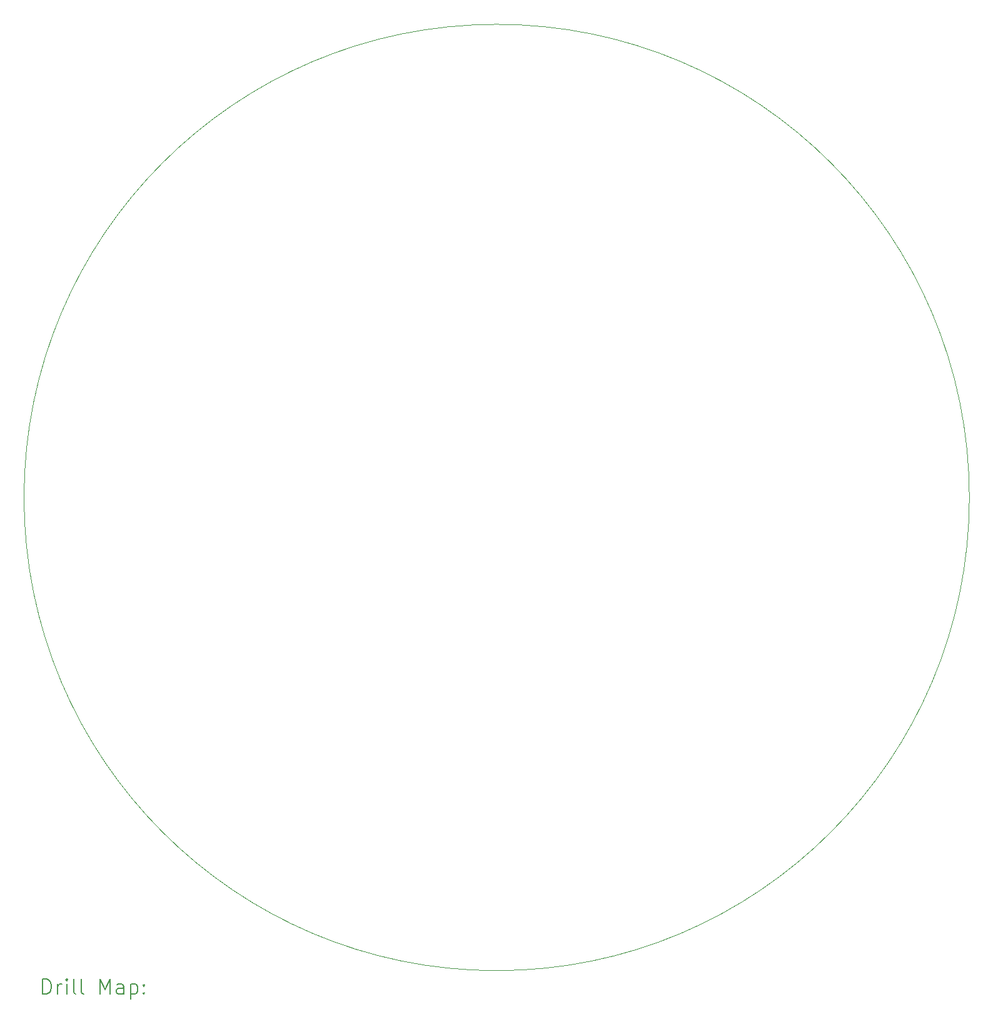
<source format=gbr>
%FSLAX45Y45*%
G04 Gerber Fmt 4.5, Leading zero omitted, Abs format (unit mm)*
G04 Created by KiCad (PCBNEW (6.0.5)) date 2022-05-29 13:56:38*
%MOMM*%
%LPD*%
G01*
G04 APERTURE LIST*
%TA.AperFunction,Profile*%
%ADD10C,0.100000*%
%TD*%
%ADD11C,0.200000*%
G04 APERTURE END LIST*
D10*
X16400000Y-10000000D02*
G75*
G03*
X16400000Y-10000000I-6400000J0D01*
G01*
D11*
X3852619Y-16715476D02*
X3852619Y-16515476D01*
X3900238Y-16515476D01*
X3928809Y-16525000D01*
X3947857Y-16544048D01*
X3957381Y-16563095D01*
X3966905Y-16601190D01*
X3966905Y-16629762D01*
X3957381Y-16667857D01*
X3947857Y-16686905D01*
X3928809Y-16705952D01*
X3900238Y-16715476D01*
X3852619Y-16715476D01*
X4052619Y-16715476D02*
X4052619Y-16582143D01*
X4052619Y-16620238D02*
X4062143Y-16601190D01*
X4071667Y-16591667D01*
X4090714Y-16582143D01*
X4109762Y-16582143D01*
X4176428Y-16715476D02*
X4176428Y-16582143D01*
X4176428Y-16515476D02*
X4166905Y-16525000D01*
X4176428Y-16534524D01*
X4185952Y-16525000D01*
X4176428Y-16515476D01*
X4176428Y-16534524D01*
X4300238Y-16715476D02*
X4281190Y-16705952D01*
X4271667Y-16686905D01*
X4271667Y-16515476D01*
X4405000Y-16715476D02*
X4385952Y-16705952D01*
X4376429Y-16686905D01*
X4376429Y-16515476D01*
X4633571Y-16715476D02*
X4633571Y-16515476D01*
X4700238Y-16658333D01*
X4766905Y-16515476D01*
X4766905Y-16715476D01*
X4947857Y-16715476D02*
X4947857Y-16610714D01*
X4938333Y-16591667D01*
X4919286Y-16582143D01*
X4881190Y-16582143D01*
X4862143Y-16591667D01*
X4947857Y-16705952D02*
X4928810Y-16715476D01*
X4881190Y-16715476D01*
X4862143Y-16705952D01*
X4852619Y-16686905D01*
X4852619Y-16667857D01*
X4862143Y-16648809D01*
X4881190Y-16639286D01*
X4928810Y-16639286D01*
X4947857Y-16629762D01*
X5043095Y-16582143D02*
X5043095Y-16782143D01*
X5043095Y-16591667D02*
X5062143Y-16582143D01*
X5100238Y-16582143D01*
X5119286Y-16591667D01*
X5128810Y-16601190D01*
X5138333Y-16620238D01*
X5138333Y-16677381D01*
X5128810Y-16696428D01*
X5119286Y-16705952D01*
X5100238Y-16715476D01*
X5062143Y-16715476D01*
X5043095Y-16705952D01*
X5224048Y-16696428D02*
X5233571Y-16705952D01*
X5224048Y-16715476D01*
X5214524Y-16705952D01*
X5224048Y-16696428D01*
X5224048Y-16715476D01*
X5224048Y-16591667D02*
X5233571Y-16601190D01*
X5224048Y-16610714D01*
X5214524Y-16601190D01*
X5224048Y-16591667D01*
X5224048Y-16610714D01*
M02*

</source>
